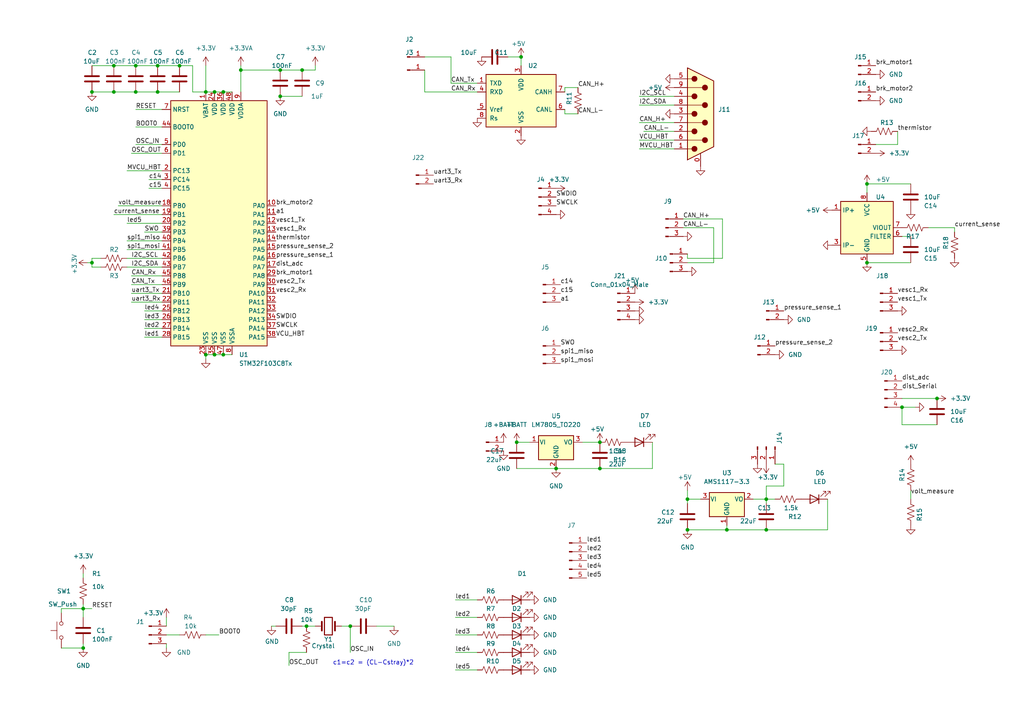
<source format=kicad_sch>
(kicad_sch (version 20211123) (generator eeschema)
  (paper "A4")
  (junction (at 26.67 76.2))
  (junction (at 173.99 135.89))
  (junction (at 151.13 16.51))
  (junction (at 88.9 181.61))
  (junction (at 69.85 20.32))
  (junction (at 173.99 128.27))
  (junction (at 261.62 118.11))
  (junction (at 24.13 187.96))
  (junction (at 33.02 26.67))
  (junction (at 161.29 135.89))
  (junction (at 59.69 102.87))
  (junction (at 24.13 176.53))
  (junction (at 59.69 26.67))
  (junction (at 271.78 115.57))
  (junction (at 64.77 26.67))
  (junction (at 33.02 19.05))
  (junction (at 26.67 26.67))
  (junction (at 81.28 20.32))
  (junction (at 62.23 26.67))
  (junction (at 64.77 102.87))
  (junction (at 199.39 153.67))
  (junction (at 39.37 26.67))
  (junction (at 222.25 153.67))
  (junction (at 251.46 53.34))
  (junction (at 87.63 20.32))
  (junction (at 101.6 181.61))
  (junction (at 39.37 19.05))
  (junction (at 45.72 26.67))
  (junction (at 199.39 144.78))
  (junction (at 45.72 19.05))
  (junction (at 149.86 128.27))
  (junction (at 222.25 144.78))
  (junction (at 251.46 76.2))
  (junction (at 52.07 19.05))
  (junction (at 62.23 102.87))
  (junction (at 210.82 153.67))
  (junction (at 81.28 27.94))
  (wire (pts (xy 33.02 26.67) (xy 39.37 26.67)))
  (wire (pts (xy 163.83 25.4) (xy 167.64 25.4)))
  (wire (pts (xy 24.13 176.53) (xy 24.13 179.07)))
  (wire (pts (xy 198.12 66.04) (xy 207.01 66.04)))
  (wire (pts (xy 251.46 53.34) (xy 251.46 55.88)))
  (wire (pts (xy 260.35 41.91) (xy 260.35 38.1)))
  (wire (pts (xy 59.69 102.87) (xy 62.23 102.87)))
  (wire (pts (xy 209.55 74.93) (xy 209.55 63.5)))
  (wire (pts (xy 91.44 181.61) (xy 88.9 181.61)))
  (wire (pts (xy 24.13 166.37) (xy 24.13 167.64)))
  (wire (pts (xy 130.81 16.51) (xy 130.81 24.13)))
  (wire (pts (xy 218.44 144.78) (xy 222.25 144.78)))
  (wire (pts (xy 224.79 134.62) (xy 227.33 134.62)))
  (wire (pts (xy 38.1 82.55) (xy 46.99 82.55)))
  (wire (pts (xy 227.33 134.62) (xy 227.33 140.97)))
  (wire (pts (xy 26.67 74.93) (xy 29.21 74.93)))
  (wire (pts (xy 39.37 41.91) (xy 46.99 41.91)))
  (wire (pts (xy 43.18 52.07) (xy 46.99 52.07)))
  (wire (pts (xy 48.26 187.96) (xy 48.26 186.69)))
  (wire (pts (xy 36.83 72.39) (xy 46.99 72.39)))
  (wire (pts (xy 123.19 16.51) (xy 130.81 16.51)))
  (wire (pts (xy 207.01 66.04) (xy 207.01 76.2)))
  (wire (pts (xy 132.08 189.23) (xy 138.43 189.23)))
  (wire (pts (xy 185.42 40.64) (xy 195.58 40.64)))
  (wire (pts (xy 163.83 26.67) (xy 163.83 25.4)))
  (wire (pts (xy 17.78 177.8) (xy 17.78 176.53)))
  (wire (pts (xy 39.37 19.05) (xy 45.72 19.05)))
  (wire (pts (xy 101.6 181.61) (xy 101.6 189.23)))
  (wire (pts (xy 62.23 102.87) (xy 64.77 102.87)))
  (wire (pts (xy 132.08 179.07) (xy 138.43 179.07)))
  (wire (pts (xy 52.07 19.05) (xy 55.88 19.05)))
  (wire (pts (xy 29.21 77.47) (xy 26.67 77.47)))
  (wire (pts (xy 199.39 146.05) (xy 199.39 144.78)))
  (wire (pts (xy 199.39 74.93) (xy 199.39 73.66)))
  (wire (pts (xy 261.62 115.57) (xy 271.78 115.57)))
  (wire (pts (xy 147.32 16.51) (xy 151.13 16.51)))
  (wire (pts (xy 189.23 128.27) (xy 189.23 135.89)))
  (wire (pts (xy 189.23 135.89) (xy 173.99 135.89)))
  (wire (pts (xy 39.37 36.83) (xy 46.99 36.83)))
  (wire (pts (xy 168.91 128.27) (xy 173.99 128.27)))
  (wire (pts (xy 251.46 76.2) (xy 264.16 76.2)))
  (wire (pts (xy 185.42 35.56) (xy 195.58 35.56)))
  (wire (pts (xy 186.69 38.1) (xy 195.58 38.1)))
  (wire (pts (xy 39.37 26.67) (xy 45.72 26.67)))
  (wire (pts (xy 41.91 67.31) (xy 46.99 67.31)))
  (wire (pts (xy 63.5 184.15) (xy 59.69 184.15)))
  (wire (pts (xy 132.08 173.99) (xy 138.43 173.99)))
  (wire (pts (xy 39.37 31.75) (xy 46.99 31.75)))
  (wire (pts (xy 38.1 44.45) (xy 46.99 44.45)))
  (wire (pts (xy 26.67 26.67) (xy 33.02 26.67)))
  (wire (pts (xy 83.82 193.04) (xy 83.82 189.23)))
  (wire (pts (xy 34.29 59.69) (xy 46.99 59.69)))
  (wire (pts (xy 81.28 20.32) (xy 87.63 20.32)))
  (wire (pts (xy 87.63 181.61) (xy 88.9 181.61)))
  (wire (pts (xy 33.02 62.23) (xy 46.99 62.23)))
  (wire (pts (xy 209.55 74.93) (xy 199.39 74.93)))
  (wire (pts (xy 222.25 144.78) (xy 224.79 144.78)))
  (wire (pts (xy 26.67 77.47) (xy 26.67 76.2)))
  (wire (pts (xy 222.25 140.97) (xy 222.25 144.78)))
  (wire (pts (xy 265.43 118.11) (xy 261.62 118.11)))
  (wire (pts (xy 25.4 76.2) (xy 26.67 76.2)))
  (wire (pts (xy 130.81 24.13) (xy 138.43 24.13)))
  (wire (pts (xy 69.85 20.32) (xy 81.28 20.32)))
  (wire (pts (xy 185.42 30.48) (xy 195.58 30.48)))
  (wire (pts (xy 185.42 27.94) (xy 195.58 27.94)))
  (wire (pts (xy 163.83 33.02) (xy 167.64 33.02)))
  (wire (pts (xy 43.18 54.61) (xy 46.99 54.61)))
  (wire (pts (xy 185.42 43.18) (xy 195.58 43.18)))
  (wire (pts (xy 33.02 19.05) (xy 39.37 19.05)))
  (wire (pts (xy 45.72 26.67) (xy 52.07 26.67)))
  (wire (pts (xy 24.13 176.53) (xy 24.13 175.26)))
  (wire (pts (xy 38.1 80.01) (xy 46.99 80.01)))
  (wire (pts (xy 151.13 16.51) (xy 151.13 19.05)))
  (wire (pts (xy 64.77 26.67) (xy 67.31 26.67)))
  (wire (pts (xy 64.77 102.87) (xy 67.31 102.87)))
  (wire (pts (xy 199.39 142.24) (xy 199.39 144.78)))
  (wire (pts (xy 17.78 176.53) (xy 24.13 176.53)))
  (wire (pts (xy 132.08 194.31) (xy 138.43 194.31)))
  (wire (pts (xy 271.78 123.19) (xy 261.62 123.19)))
  (wire (pts (xy 38.1 85.09) (xy 46.99 85.09)))
  (wire (pts (xy 41.91 95.25) (xy 46.99 95.25)))
  (wire (pts (xy 69.85 19.05) (xy 69.85 20.32)))
  (wire (pts (xy 59.69 26.67) (xy 62.23 26.67)))
  (wire (pts (xy 81.28 27.94) (xy 87.63 27.94)))
  (wire (pts (xy 24.13 186.69) (xy 24.13 187.96)))
  (wire (pts (xy 199.39 153.67) (xy 210.82 153.67)))
  (wire (pts (xy 209.55 63.5) (xy 198.12 63.5)))
  (wire (pts (xy 55.88 26.67) (xy 59.69 26.67)))
  (wire (pts (xy 45.72 19.05) (xy 52.07 19.05)))
  (wire (pts (xy 17.78 187.96) (xy 24.13 187.96)))
  (wire (pts (xy 48.26 179.07) (xy 48.26 181.61)))
  (wire (pts (xy 210.82 153.67) (xy 222.25 153.67)))
  (wire (pts (xy 163.83 31.75) (xy 163.83 33.02)))
  (wire (pts (xy 149.86 135.89) (xy 161.29 135.89)))
  (wire (pts (xy 261.62 68.58) (xy 264.16 68.58)))
  (wire (pts (xy 240.03 144.78) (xy 240.03 153.67)))
  (wire (pts (xy 41.91 90.17) (xy 46.99 90.17)))
  (wire (pts (xy 109.22 181.61) (xy 114.3 181.61)))
  (wire (pts (xy 149.86 128.27) (xy 153.67 128.27)))
  (wire (pts (xy 41.91 97.79) (xy 46.99 97.79)))
  (wire (pts (xy 254 41.91) (xy 260.35 41.91)))
  (wire (pts (xy 38.1 87.63) (xy 46.99 87.63)))
  (wire (pts (xy 26.67 19.05) (xy 33.02 19.05)))
  (wire (pts (xy 91.44 19.05) (xy 91.44 20.32)))
  (wire (pts (xy 264.16 144.78) (xy 264.16 142.24)))
  (wire (pts (xy 36.83 69.85) (xy 46.99 69.85)))
  (wire (pts (xy 36.83 77.47) (xy 46.99 77.47)))
  (wire (pts (xy 24.13 176.53) (xy 26.67 176.53)))
  (wire (pts (xy 26.67 76.2) (xy 26.67 74.93)))
  (wire (pts (xy 123.19 20.32) (xy 123.19 26.67)))
  (wire (pts (xy 251.46 53.34) (xy 264.16 53.34)))
  (wire (pts (xy 36.83 74.93) (xy 46.99 74.93)))
  (wire (pts (xy 48.26 184.15) (xy 52.07 184.15)))
  (wire (pts (xy 59.69 19.05) (xy 59.69 26.67)))
  (wire (pts (xy 36.83 49.53) (xy 46.99 49.53)))
  (wire (pts (xy 276.86 66.04) (xy 276.86 67.31)))
  (wire (pts (xy 78.74 181.61) (xy 80.01 181.61)))
  (wire (pts (xy 222.25 144.78) (xy 222.25 146.05)))
  (wire (pts (xy 99.06 181.61) (xy 101.6 181.61)))
  (wire (pts (xy 41.91 92.71) (xy 46.99 92.71)))
  (wire (pts (xy 269.24 66.04) (xy 276.86 66.04)))
  (wire (pts (xy 59.69 104.14) (xy 59.69 102.87)))
  (wire (pts (xy 227.33 140.97) (xy 222.25 140.97)))
  (wire (pts (xy 207.01 76.2) (xy 199.39 76.2)))
  (wire (pts (xy 55.88 19.05) (xy 55.88 26.67)))
  (wire (pts (xy 69.85 26.67) (xy 69.85 20.32)))
  (wire (pts (xy 210.82 152.4) (xy 210.82 153.67)))
  (wire (pts (xy 161.29 135.89) (xy 173.99 135.89)))
  (wire (pts (xy 123.19 26.67) (xy 138.43 26.67)))
  (wire (pts (xy 261.62 123.19) (xy 261.62 118.11)))
  (wire (pts (xy 91.44 20.32) (xy 87.63 20.32)))
  (wire (pts (xy 83.82 189.23) (xy 88.9 189.23)))
  (wire (pts (xy 62.23 26.67) (xy 64.77 26.67)))
  (wire (pts (xy 240.03 153.67) (xy 222.25 153.67)))
  (wire (pts (xy 36.83 64.77) (xy 46.99 64.77)))
  (wire (pts (xy 132.08 184.15) (xy 138.43 184.15)))
  (wire (pts (xy 199.39 144.78) (xy 203.2 144.78)))
  (text "c1=c2 = (CL-Cstray)*2\n" (at 96.52 193.04 0) (effects (font (size 1.27 1.27)) (justify left bottom)))
  (label "led5" (at 170.18 167.64 0))
  (label "VCU_HBT" (at 185.42 40.64 0))
  (label "led3" (at 132.08 184.15 0))
  (label "RESET" (at 26.67 176.53 0))
  (label "BOOT0" (at 39.37 36.83 0))
  (label "current_sense" (at 33.02 62.23 0))
  (label "brk_motor1" (at 254 19.05 0))
  (label "led1" (at 41.91 97.79 0))
  (label "pressure_sense_2" (at 224.79 100.33 0))
  (label "CAN_Rx" (at 38.1 80.01 0))
  (label "vesc1_Rx" (at 80.01 67.31 0))
  (label "led2" (at 170.18 160.02 0))
  (label "CAN_L-" (at 167.64 33.02 0))
  (label "volt_measure" (at 264.16 143.51 0))
  (label "led2" (at 41.91 95.25 0))
  (label "vesc2_Rx" (at 80.01 85.09 0))
  (label "c14" (at 43.18 52.07 0))
  (label "BOOT0" (at 63.5 184.15 0))
  (label "vesc2_Rx" (at 260.35 96.52 0))
  (label "SWCLK" (at 80.01 95.25 0))
  (label "OSC_IN" (at 39.37 41.91 0))
  (label "vesc1_Tx" (at 260.35 87.63 0))
  (label "uart3_Rx" (at 125.73 53.34 0))
  (label "uart3_Rx" (at 38.1 87.63 0))
  (label "dist_Serial" (at 261.62 113.03 0))
  (label "dist_adc" (at 261.62 110.49 0))
  (label "brk_motor2" (at 80.01 59.69 0))
  (label "MVCU_HBT" (at 36.83 49.53 0))
  (label "OSC_OUT" (at 83.82 193.04 0))
  (label "brk_motor2" (at 254 26.67 0))
  (label "brk_motor1" (at 80.01 80.01 0))
  (label "led4" (at 41.91 90.17 0))
  (label "vesc1_Tx" (at 80.01 64.77 0))
  (label "SWCLK" (at 161.29 59.69 0))
  (label "led1" (at 132.08 173.99 0))
  (label "spi1_miso" (at 162.56 102.87 0))
  (label "spi1_mosi" (at 162.56 105.41 0))
  (label "vesc2_Tx" (at 80.01 82.55 0))
  (label "led4" (at 132.08 189.23 0))
  (label "uart3_Tx" (at 38.1 85.09 0))
  (label "c14" (at 162.56 82.55 0))
  (label "a1" (at 80.01 62.23 0))
  (label "CAN_L-" (at 186.69 38.1 0))
  (label "thermistor" (at 260.35 38.1 0))
  (label "c15" (at 43.18 54.61 0))
  (label "spi1_miso" (at 36.83 69.85 0))
  (label "led3" (at 170.18 162.56 0))
  (label "c15" (at 162.56 85.09 0))
  (label "CAN_Tx" (at 130.81 24.13 0))
  (label "uart3_Tx" (at 125.73 50.8 0))
  (label "CAN_Tx" (at 38.1 82.55 0))
  (label "led3" (at 41.91 92.71 0))
  (label "led5" (at 36.83 64.77 0))
  (label "pressure_sense_1" (at 80.01 74.93 0))
  (label "I2C_SDA" (at 185.42 30.48 0))
  (label "volt_measure" (at 34.29 59.69 0))
  (label "led2" (at 132.08 179.07 0))
  (label "SWO" (at 41.91 67.31 0))
  (label "VCU_HBT" (at 80.01 97.79 0))
  (label "MVCU_HBT" (at 185.42 43.18 0))
  (label "thermistor" (at 80.01 69.85 0))
  (label "CAN_H+" (at 198.12 63.5 0))
  (label "a1" (at 162.56 87.63 0))
  (label "OSC_OUT" (at 38.1 44.45 0))
  (label "CAN_L-" (at 198.12 66.04 0))
  (label "SWDIO" (at 161.29 57.15 0))
  (label "pressure_sense_2" (at 80.01 72.39 0))
  (label "led4" (at 170.18 165.1 0))
  (label "SWDIO" (at 80.01 92.71 0))
  (label "vesc2_Tx" (at 260.35 99.06 0))
  (label "led5" (at 132.08 194.31 0))
  (label "spi1_mosi" (at 36.83 72.39 0))
  (label "CAN_H+" (at 185.42 35.56 0))
  (label "pressure_sense_1" (at 227.33 90.17 0))
  (label "dist_adc" (at 80.01 77.47 0))
  (label "I2C_SCL" (at 38.1 74.93 0))
  (label "I2C_SCL" (at 185.42 27.94 0))
  (label "CAN_Rx" (at 130.81 26.67 0))
  (label "current_sense" (at 276.86 66.04 0))
  (label "CAN_H+" (at 167.64 25.4 0))
  (label "led1" (at 170.18 157.48 0))
  (label "RESET" (at 39.37 31.75 0))
  (label "OSC_IN" (at 101.6 189.23 0))
  (label "SWO" (at 162.56 100.33 0))
  (label "I2C_SDA" (at 38.1 77.47 0))
  (label "vesc1_Rx" (at 260.35 85.09 0))
  (symbol (lib_id "power:+5V") (at 184.15 85.09 0) (unit 1)
    (property "Reference" "#PWR0108" (effects hide))
    (property "Value" "+5V" (at 185.42 81.28 0) (effects (justify right)))
  )
  (symbol (lib_id "power:+3.3V") (at 48.26 179.07 0) (unit 1)
    (property "Reference" "#PWR05" (effects hide))
    (property "Value" "+3.3V" (at 44.45 177.8 0))
  )
  (symbol (lib_id "power:+5V") (at 199.39 142.24 0) (unit 1)
    (property "Reference" "#PWR030" (effects hide))
    (property "Value" "+5V" (at 200.66 138.43 0) (effects (justify right)))
  )
  (symbol (lib_id "power:GND") (at 219.71 134.62 0) (unit 1)
    (property "Reference" "#PWR033" (effects hide))
    (property "Value" "GND" (effects hide))
  )
  (symbol (lib_id "power:+3.3V") (at 161.29 54.61 270) (unit 1)
    (property "Reference" "#PWR022" (effects hide))
    (property "Value" "+3.3V" (at 165.1 52.07 90) (effects (justify right)))
  )
  (symbol (lib_id "Connector:Conn_01x03_Male") (at 157.48 85.09 0) (unit 1)
    (property "Reference" "J5" (at 158.115 77.47 0))
    (property "Value" "Conn_01x03_Male" (effects hide))
    (property "Footprint" "Connector_PinHeader_2.54mm:PinHeader_1x03_P2.54mm_Vertical" (effects hide))
  )
  (symbol (lib_id "Connector:Conn_01x02_Male") (at 248.92 41.91 0) (unit 1)
    (property "Reference" "J17" (at 248.92 39.37 0))
    (property "Value" "Conn_01x02_Male" (effects hide))
    (property "Footprint" "Connector_JST:JST_NV_B02P-NV_1x02_P5.00mm_Vertical" (effects hide))
  )
  (symbol (lib_id "Connector:Conn_01x02_Male") (at 222.25 90.17 0) (unit 1)
    (property "Reference" "J13" (at 222.885 87.63 0))
    (property "Value" "Conn_01x02_Male" (effects hide))
    (property "Footprint" "Connector_JST:JST_NV_B02P-NV_1x02_P5.00mm_Vertical" (effects hide))
  )
  (symbol (lib_id "Connector:Conn_01x03_Male") (at 193.04 66.04 0) (unit 1)
    (property "Reference" "J9" (at 193.675 58.42 0))
    (property "Value" "Conn_01x03_Male" (effects hide))
    (property "Footprint" "Connector_JST:JST_EH_B3B-EH-A_1x03_P2.50mm_Vertical" (effects hide))
  )
  (symbol (lib_name "GND_1") (lib_id "power:GND") (at 184.15 90.17 90) (unit 1)
    (property "Reference" "#PWR0109" (effects hide))
    (property "Value" "GND" (effects hide))
  )
  (symbol (lib_id "Device:LED") (at 149.86 173.99 180) (unit 1)
    (property "Reference" "D1" (at 151.4475 166.37 0))
    (property "Value" "LED" (effects hide))
    (property "Footprint" "LED_SMD:LED_0805_2012Metric_Pad1.15x1.40mm_HandSolder" (effects hide))
  )
  (symbol (lib_id "Connector:Conn_01x03_Male") (at 222.25 129.54 270) (unit 1)
    (property "Reference" "J14" (at 226.06 127 0))
    (property "Value" "Conn_01x03_Male" (effects hide))
    (property "Footprint" "Connector_PinHeader_2.54mm:PinHeader_1x03_P2.54mm_Vertical" (effects hide))
  )
  (symbol (lib_id "power:GND") (at 153.67 194.31 90) (unit 1)
    (property "Reference" "#PWR021" (effects hide))
    (property "Value" "GND" (at 157.48 194.3099 90) (effects (justify right)))
  )
  (symbol (lib_id "Device:LED") (at 185.42 128.27 180) (unit 1)
    (property "Reference" "D7" (at 187.0075 120.65 0))
    (property "Value" "LED" (at 187.0075 123.19 0))
    (property "Footprint" "LED_SMD:LED_0805_2012Metric_Pad1.15x1.40mm_HandSolder" (effects hide))
  )
  (symbol (lib_id "Connector:Conn_01x02_Male") (at 248.92 26.67 0) (unit 1)
    (property "Reference" "J16" (at 249.555 24.13 0))
    (property "Value" "Conn_01x02_Male" (effects hide))
    (property "Footprint" "Connector_JST:JST_NV_B02P-NV_1x02_P5.00mm_Vertical" (effects hide))
  )
  (symbol (lib_name "GND_1") (lib_id "power:GND") (at 265.43 118.11 90) (unit 1)
    (property "Reference" "#PWR047" (effects hide))
    (property "Value" "GND" (effects hide))
  )
  (symbol (lib_id "Device:C") (at 271.78 119.38 0) (unit 1)
    (property "Reference" "C16" (at 275.59 121.92 0) (effects (justify left)))
    (property "Value" "10uF" (at 275.59 119.38 0) (effects (justify left)))
    (property "Footprint" "Capacitor_SMD:C_0805_2012Metric_Pad1.18x1.45mm_HandSolder" (effects hide))
  )
  (symbol (lib_id "power:GND") (at 48.26 187.96 0) (unit 1)
    (property "Reference" "#PWR06" (effects hide))
    (property "Value" "GND" (at 53.34 189.23 0))
  )
  (symbol (lib_id "power:+5V") (at 195.58 25.4 90) (unit 1)
    (property "Reference" "#PWR026" (effects hide))
    (property "Value" "+5V" (at 187.96 25.4 90) (effects (justify right)))
  )
  (symbol (lib_id "power:+5V") (at 264.16 134.62 0) (unit 1)
    (property "Reference" "#PWR045" (effects hide))
    (property "Value" "+5V" (at 264.16 129.54 0))
  )
  (symbol (lib_id "power:+5V") (at 251.46 53.34 0) (unit 1)
    (property "Reference" "#PWR038" (effects hide))
    (property "Value" "+5V" (at 254 52.0699 0) (effects (justify left)))
  )
  (symbol (lib_id "Connector:Conn_01x03_Male") (at 43.18 184.15 0) (unit 1)
    (property "Reference" "J1" (at 40.64 180.34 0))
    (property "Value" "Conn_01x03_Male" (effects hide))
    (property "Footprint" "Connector_PinHeader_2.54mm:PinHeader_1x03_P2.54mm_Vertical" (effects hide))
  )
  (symbol (lib_id "Device:C") (at 52.07 22.86 0) (unit 1)
    (property "Reference" "C6" (at 50.8 15.24 0) (effects (justify left)))
    (property "Value" "100nF" (at 49.53 17.78 0) (effects (justify left)))
    (property "Footprint" "Capacitor_SMD:C_0805_2012Metric_Pad1.18x1.45mm_HandSolder" (effects hide))
  )
  (symbol (lib_id "power:+3.3V") (at 91.44 19.05 0) (unit 1)
    (property "Reference" "#PWR012" (effects hide))
    (property "Value" "+3.3V" (at 91.44 13.97 0))
  )
  (symbol (lib_id "Device:R_US") (at 142.24 194.31 270) (unit 1)
    (property "Reference" "R10" (at 140.97 191.77 90) (effects (justify left)))
    (property "Value" "1.5k" (effects hide))
    (property "Footprint" "Resistor_SMD:R_0805_2012Metric_Pad1.20x1.40mm_HandSolder" (effects hide))
  )
  (symbol (lib_id "Connector:Conn_01x03_Male") (at 157.48 102.87 0) (unit 1)
    (property "Reference" "J6" (at 158.115 95.25 0))
    (property "Value" "Conn_01x03_Male" (effects hide))
    (property "Footprint" "Connector_PinHeader_2.54mm:PinHeader_1x03_P2.54mm_Vertical" (effects hide))
  )
  (symbol (lib_name "GND_1") (lib_id "power:GND") (at 224.79 102.87 90) (unit 1)
    (property "Reference" "#PWR035" (effects hide))
    (property "Value" "GND" (at 228.6 102.8699 90) (effects (justify right)))
  )
  (symbol (lib_name "GND_1") (lib_id "power:GND") (at 241.3 71.12 270) (unit 1)
    (property "Reference" "#PWR037" (effects hide))
    (property "Value" "GND" (effects hide))
  )
  (symbol (lib_name "GND_1") (lib_id "power:GND") (at 184.15 92.71 90) (unit 1)
    (property "Reference" "#PWR0111" (effects hide))
    (property "Value" "GND" (effects hide))
  )
  (symbol (lib_id "Connector:DB9_Male_MountingHoles") (at 203.2 33.02 0) (unit 1)
    (property "Reference" "J11" (at 208.28 31.7499 0) (effects (justify left)))
    (property "Value" "DB9_Male_MountingHoles" (effects hide))
    (property "Footprint" "Connector_Dsub:DSUB-9_Male_Horizontal_P2.77x2.84mm_EdgePinOffset4.94mm_Housed_MountingHolesOffset7.48mm" (effects hide))
    (property "Datasheet" " ~" (effects hide))
  )
  (symbol (lib_name "GND_1") (lib_id "power:GND") (at 260.35 90.17 90) (unit 1)
    (property "Reference" "#PWR042" (effects hide))
    (property "Value" "GND" (effects hide))
  )
  (symbol (lib_id "Regulator_Linear:AMS1117-3.3") (at 210.82 144.78 0) (unit 1)
    (property "Reference" "U3" (at 210.82 137.16 0))
    (property "Value" "AMS1117-3.3" (at 210.82 139.7 0))
    (property "Footprint" "Package_TO_SOT_SMD:SOT-223-3_TabPin2" (effects hide))
    (property "Datasheet" "http://www.advanced-monolithic.com/pdf/ds1117.pdf" (effects hide))
  )
  (symbol (lib_id "Connector:Conn_01x02_Male") (at 219.71 100.33 0) (unit 1)
    (property "Reference" "J12" (at 220.345 97.79 0))
    (property "Value" "Conn_01x02_Male" (effects hide))
    (property "Footprint" "Connector_JST:JST_NV_B02P-NV_1x02_P5.00mm_Vertical" (effects hide))
  )
  (symbol (lib_name "GND_1") (lib_id "power:GND") (at 252.73 38.1 270) (unit 1)
    (property "Reference" "#PWR039" (effects hide))
    (property "Value" "GND" (effects hide))
  )
  (symbol (lib_id "power:GND") (at 161.29 135.89 0) (unit 1)
    (property "Reference" "#PWR0106" (effects hide))
    (property "Value" "GND" (at 161.29 140.97 0))
  )
  (symbol (lib_id "Device:R_US") (at 24.13 171.45 0) (unit 1)
    (property "Reference" "R1" (at 26.67 166.37 0) (effects (justify left)))
    (property "Value" "10k" (at 26.67 170.18 0) (effects (justify left)))
    (property "Footprint" "Resistor_SMD:R_0805_2012Metric_Pad1.20x1.40mm_HandSolder" (effects hide))
  )
  (symbol (lib_name "GND_1") (lib_id "power:GND") (at 276.86 74.93 0) (unit 1)
    (property "Reference" "#PWR050" (effects hide))
    (property "Value" "GND" (effects hide))
  )
  (symbol (lib_id "Interface_CAN_LIN:MCP2551-I-SN") (at 151.13 29.21 0) (unit 1)
    (property "Reference" "U2" (at 153.1494 19.05 0) (effects (justify left)))
    (property "Value" "MCP2551-I-SN" (effects hide))
    (property "Footprint" "Package_SO:SOIC-8_3.9x4.9mm_P1.27mm" (effects hide))
    (property "Datasheet" "http://ww1.microchip.com/downloads/en/devicedoc/21667d.pdf" (effects hide))
  )
  (symbol (lib_id "power:+3.3V") (at 25.4 76.2 90) (unit 1)
    (property "Reference" "#PWR03" (effects hide))
    (property "Value" "+3.3V" (at 21.59 73.66 0) (effects (justify right)))
  )
  (symbol (lib_name "GND_1") (lib_id "power:GND") (at 198.12 68.58 90) (unit 1)
    (property "Reference" "#PWR028" (effects hide))
    (property "Value" "GND" (effects hide))
  )
  (symbol (lib_id "Device:LED") (at 149.86 184.15 180) (unit 1)
    (property "Reference" "D3" (at 149.86 181.61 0))
    (property "Value" "LED" (effects hide))
    (property "Footprint" "LED_SMD:LED_0805_2012Metric_Pad1.15x1.40mm_HandSolder" (effects hide))
  )
  (symbol (lib_id "Device:R_US") (at 142.24 189.23 270) (unit 1)
    (property "Reference" "R9" (at 140.97 186.69 90) (effects (justify left)))
    (property "Value" "1.5k" (effects hide))
    (property "Footprint" "Resistor_SMD:R_0805_2012Metric_Pad1.20x1.40mm_HandSolder" (effects hide))
  )
  (symbol (lib_id "power:+3.3V") (at 24.13 166.37 0) (unit 1)
    (property "Reference" "#PWR01" (effects hide))
    (property "Value" "+3.3V" (at 24.13 161.29 0))
  )
  (symbol (lib_id "Device:C") (at 87.63 24.13 0) (unit 1)
    (property "Reference" "C9" (at 91.44 24.13 0) (effects (justify left)))
    (property "Value" "1uF" (at 90.17 27.94 0) (effects (justify left)))
    (property "Footprint" "Capacitor_SMD:C_0805_2012Metric_Pad1.18x1.45mm_HandSolder" (effects hide))
  )
  (symbol (lib_id "power:GND") (at 24.13 187.96 0) (unit 1)
    (property "Reference" "#PWR02" (effects hide))
    (property "Value" "GND" (at 24.13 193.04 0))
  )
  (symbol (lib_id "Connector:Conn_01x01_Male") (at 118.11 20.32 0) (unit 1)
    (property "Reference" "J3" (at 118.745 15.24 0))
    (property "Value" "Conn_01x01_Male" (effects hide))
    (property "Footprint" "Connector_PinHeader_2.54mm:PinHeader_1x01_P2.54mm_Vertical" (effects hide))
  )
  (symbol (lib_id "power:+3.3V") (at 222.25 134.62 180) (unit 1)
    (property "Reference" "#PWR034" (effects hide))
    (property "Value" "+3.3V" (at 219.71 138.43 0) (effects (justify right)))
  )
  (symbol (lib_id "Device:C") (at 149.86 132.08 0) (unit 1)
    (property "Reference" "C17" (at 142.24 130.81 0) (effects (justify left)))
    (property "Value" "22uF" (at 140.97 133.35 0) (effects (justify left)))
    (property "Footprint" "Capacitor_SMD:C_0805_2012Metric_Pad1.18x1.45mm_HandSolder" (effects hide))
  )
  (symbol (lib_name "GND_1") (lib_id "power:GND") (at 227.33 92.71 90) (unit 1)
    (property "Reference" "#PWR036" (effects hide))
    (property "Value" "GND" (at 231.14 92.7099 90) (effects (justify right)))
  )
  (symbol (lib_id "power:GND") (at 153.67 173.99 90) (unit 1)
    (property "Reference" "#PWR017" (effects hide))
    (property "Value" "GND" (at 157.48 173.9899 90) (effects (justify right)))
  )
  (symbol (lib_id "Connector:Conn_01x02_Male") (at 248.92 19.05 0) (unit 1)
    (property "Reference" "J15" (at 249.555 16.51 0))
    (property "Value" "Conn_01x02_Male" (effects hide))
    (property "Footprint" "Connector_JST:JST_NV_B02P-NV_1x02_P5.00mm_Vertical" (effects hide))
  )
  (symbol (lib_id "Device:C") (at 222.25 149.86 0) (unit 1)
    (property "Reference" "C13" (at 219.71 147.32 0) (effects (justify left)))
    (property "Value" "22uF" (at 214.63 151.13 0) (effects (justify left)))
    (property "Footprint" "Capacitor_SMD:C_0805_2012Metric_Pad1.18x1.45mm_HandSolder" (effects hide))
  )
  (symbol (lib_name "+3.3V_1") (lib_id "power:+3.3V") (at 254 44.45 270) (unit 1)
    (property "Reference" "#PWR0107" (effects hide))
    (property "Value" "+3.3V" (at 257.81 44.4499 90) (effects (justify left)))
  )
  (symbol (lib_id "Device:R_US") (at 228.6 144.78 270) (unit 1)
    (property "Reference" "R12" (at 228.6 149.86 90) (effects (justify left)))
    (property "Value" "1.5k" (at 227.33 147.32 90) (effects (justify left)))
    (property "Footprint" "Resistor_SMD:R_0805_2012Metric_Pad1.20x1.40mm_HandSolder" (effects hide))
  )
  (symbol (lib_id "Connector:Conn_01x03_Male") (at 255.27 87.63 0) (unit 1)
    (property "Reference" "J18" (at 255.905 80.01 0))
    (property "Value" "Conn_01x03_Male" (effects hide))
    (property "Footprint" "Connector_JST:JST_NV_B03P-NV_1x03_P5.00mm_Vertical" (effects hide))
  )
  (symbol (lib_id "Device:R_US") (at 177.8 128.27 270) (unit 1)
    (property "Reference" "R16" (at 177.8 133.35 90) (effects (justify left)))
    (property "Value" "1.5k" (at 176.53 130.81 90) (effects (justify left)))
    (property "Footprint" "Resistor_SMD:R_0805_2012Metric_Pad1.20x1.40mm_HandSolder" (effects hide))
  )
  (symbol (lib_id "Device:R_US") (at 88.9 185.42 180) (unit 1)
    (property "Reference" "R5" (at 90.805 177.165 0) (effects (justify left)))
    (property "Value" "10k" (at 90.805 179.705 0) (effects (justify left)))
    (property "Footprint" "Resistor_SMD:R_0805_2012Metric_Pad1.20x1.40mm_HandSolder" (effects hide))
  )
  (symbol (lib_id "Connector:Conn_01x01_Male") (at 118.11 16.51 0) (unit 1)
    (property "Reference" "J2" (at 118.745 11.43 0))
    (property "Value" "Conn_01x01_Male" (effects hide))
    (property "Footprint" "Connector_PinHeader_2.54mm:PinHeader_1x01_P2.54mm_Vertical" (effects hide))
  )
  (symbol (lib_id "power:GND") (at 153.67 189.23 90) (unit 1)
    (property "Reference" "#PWR020" (effects hide))
    (property "Value" "GND" (at 157.48 189.2299 90) (effects (justify right)))
  )
  (symbol (lib_id "Connector:Conn_01x04_Male") (at 256.54 113.03 0) (unit 1)
    (property "Reference" "J20" (at 257.175 107.95 0))
    (property "Value" "Conn_01x04_Male" (effects hide))
    (property "Footprint" "Connector_JST:JST_NV_B04P-NV_1x04_P5.00mm_Vertical" (effects hide))
  )
  (symbol (lib_id "Connector:Conn_01x03_Male") (at 255.27 99.06 0) (unit 1)
    (property "Reference" "J19" (at 252.73 95.25 0))
    (property "Value" "Conn_01x03_Male" (effects hide))
    (property "Footprint" "Connector_JST:JST_NV_B03P-NV_1x03_P5.00mm_Vertical" (effects hide))
  )
  (symbol (lib_id "power:GND") (at 199.39 153.67 0) (unit 1)
    (property "Reference" "#PWR031" (effects hide))
    (property "Value" "GND" (at 199.39 158.75 0))
  )
  (symbol (lib_name "GND_1") (lib_id "power:GND") (at 254 29.21 90) (unit 1)
    (property "Reference" "#PWR041" (effects hide))
    (property "Value" "GND" (at 257.81 29.2099 90) (effects (justify right)))
  )
  (symbol (lib_id "power:GND") (at 195.58 33.02 270) (unit 1)
    (property "Reference" "#PWR027" (effects hide))
    (property "Value" "GND" (effects hide))
  )
  (symbol (lib_id "Device:R_US") (at 276.86 71.12 0) (unit 1)
    (property "Reference" "R18" (at 274.32 72.39 90) (effects (justify left)))
    (property "Value" "1.5k" (effects hide))
    (property "Footprint" "Resistor_SMD:R_0805_2012Metric_Pad1.20x1.40mm_HandSolder" (effects hide))
  )
  (symbol (lib_id "power:GND") (at 114.3 181.61 0) (unit 1)
    (property "Reference" "#PWR013" (effects hide))
    (property "Value" "GND" (at 114.3 186.69 0))
  )
  (symbol (lib_id "Sensor_Current:ACS712xLCTR-20A") (at 251.46 66.04 0) (unit 1)
    (property "Reference" "U4" (at 254 57.15 0) (effects (justify left)))
    (property "Value" "ACS712xLCTR-20A" (effects hide))
    (property "Footprint" "Package_SO:SOIC-8_3.9x4.9mm_P1.27mm" (effects hide))
    (property "Datasheet" "http://www.allegromicro.com/~/media/Files/Datasheets/ACS712-Datasheet.ashx?la=en" (effects hide))
  )
  (symbol (lib_id "Device:R_US") (at 264.16 148.59 180) (unit 1)
    (property "Reference" "R15" (at 266.7 147.32 90) (effects (justify left)))
    (property "Value" "1.5k" (effects hide))
    (property "Footprint" "Resistor_SMD:R_0805_2012Metric_Pad1.20x1.40mm_HandSolder" (effects hide))
  )
  (symbol (lib_name "GND_1") (lib_id "power:GND") (at 203.2 48.26 0) (unit 1)
    (property "Reference" "#PWR032" (effects hide))
    (property "Value" "GND" (effects hide))
  )
  (symbol (lib_id "power:+3.3VA") (at 69.85 19.05 0) (unit 1)
    (property "Reference" "#PWR09" (effects hide))
    (property "Value" "+3.3VA" (at 69.85 13.97 0))
  )
  (symbol (lib_id "Connector:Conn_01x02_Male") (at 140.97 128.27 0) (unit 1)
    (property "Reference" "J8" (at 141.605 123.19 0))
    (property "Value" "Conn_01x02_Male" (effects hide))
    (property "Footprint" "Connector_Phoenix_MSTB:PhoenixContact_MSTBVA_2,5_2-G-5,08_1x02_P5.08mm_Vertical" (effects hide))
  )
  (symbol (lib_id "Device:C") (at 264.16 72.39 0) (unit 1)
    (property "Reference" "C15" (at 267.97 74.93 0) (effects (justify left)))
    (property "Value" "10uF" (at 267.97 72.39 0) (effects (justify left)))
    (property "Footprint" "Capacitor_SMD:C_0805_2012Metric_Pad1.18x1.45mm_HandSolder" (effects hide))
  )
  (symbol (lib_name "GND_1") (lib_id "power:GND") (at 151.13 39.37 0) (unit 1)
    (property "Reference" "#PWR016" (effects hide))
    (property "Value" "GND" (effects hide))
  )
  (symbol (lib_id "MCU_ST_STM32F1:STM32F103C8Tx") (at 64.77 64.77 0) (unit 1)
    (property "Reference" "U1" (at 69.3294 102.87 0) (effects (justify left)))
    (property "Value" "STM32F103C8Tx" (at 69.3294 105.41 0) (effects (justify left)))
    (property "Footprint" "Package_QFP:LQFP-48_7x7mm_P0.5mm" (effects hide))
    (property "Datasheet" "http://www.st.com/st-web-ui/static/active/en/resource/technical/document/datasheet/CD00161566.pdf" (effects hide))
  )
  (symbol (lib_id "Device:R_US") (at 265.43 66.04 90) (unit 1)
    (property "Reference" "R17" (at 266.7 68.58 90) (effects (justify left)))
    (property "Value" "1.5k" (effects hide))
    (property "Footprint" "Resistor_SMD:R_0805_2012Metric_Pad1.20x1.40mm_HandSolder" (effects hide))
  )
  (symbol (lib_id "Connector:Conn_01x04_Male") (at 179.07 87.63 0) (unit 1)
    (property "Reference" "J21" (at 179.705 80.01 0))
    (property "Value" "Conn_01x04_Male" (at 179.705 82.55 0))
    (property "Footprint" "Connector_JST:JST_NV_B04P-NV_1x04_P5.00mm_Vertical" (effects hide))
  )
  (symbol (lib_id "Connector:Conn_01x05_Male") (at 165.1 162.56 0) (unit 1)
    (property "Reference" "J7" (at 165.735 152.4 0))
    (property "Value" "Conn_01x05_Male" (effects hide))
    (property "Footprint" "Connector_PinHeader_2.54mm:PinHeader_1x05_P2.54mm_Vertical" (effects hide))
  )
  (symbol (lib_id "Switch:SW_Push") (at 17.78 182.88 90) (unit 1)
    (property "Reference" "SW1" (at 16.51 171.45 90) (effects (justify right)))
    (property "Value" "SW_Push" (at 13.97 175.26 90) (effects (justify right)))
    (property "Footprint" "Button_Switch_THT:SW_PUSH_6mm_H5mm" (effects hide))
  )
  (symbol (lib_id "Device:C") (at 83.82 181.61 270) (unit 1)
    (property "Reference" "C8" (at 82.55 173.99 90) (effects (justify left)))
    (property "Value" "30pF" (at 81.28 176.53 90) (effects (justify left)))
    (property "Footprint" "Capacitor_SMD:C_0805_2012Metric_Pad1.18x1.45mm_HandSolder" (effects hide))
  )
  (symbol (lib_id "Device:LED") (at 149.86 179.07 180) (unit 1)
    (property "Reference" "D2" (at 149.86 176.53 0))
    (property "Value" "LED" (effects hide))
    (property "Footprint" "LED_SMD:LED_0805_2012Metric_Pad1.15x1.40mm_HandSolder" (effects hide))
  )
  (symbol (lib_id "Device:R_US") (at 264.16 138.43 0) (unit 1)
    (property "Reference" "R14" (at 261.62 139.7 90) (effects (justify left)))
    (property "Value" "1.5k" (effects hide))
    (property "Footprint" "Resistor_SMD:R_0805_2012Metric_Pad1.20x1.40mm_HandSolder" (effects hide))
  )
  (symbol (lib_name "GND_1") (lib_id "power:GND") (at 139.7 16.51 0) (unit 1)
    (property "Reference" "#PWR0101" (effects hide))
    (property "Value" "GND" (effects hide))
  )
  (symbol (lib_id "Device:C") (at 45.72 22.86 0) (unit 1)
    (property "Reference" "C5" (at 44.45 15.24 0) (effects (justify left)))
    (property "Value" "100nF" (at 43.18 17.78 0) (effects (justify left)))
    (property "Footprint" "Capacitor_SMD:C_0805_2012Metric_Pad1.18x1.45mm_HandSolder" (effects hide))
  )
  (symbol (lib_id "power:+5V") (at 173.99 128.27 0) (unit 1)
    (property "Reference" "#PWR0105" (effects hide))
    (property "Value" "+5V" (at 175.26 124.46 0) (effects (justify right)))
  )
  (symbol (lib_id "power:GND") (at 78.74 181.61 0) (unit 1)
    (property "Reference" "#PWR010" (effects hide))
    (property "Value" "GND" (at 76.835 186.055 0) (effects (justify left)))
  )
  (symbol (lib_id "Device:C") (at 199.39 149.86 0) (unit 1)
    (property "Reference" "C12" (at 191.77 148.59 0) (effects (justify left)))
    (property "Value" "22uF" (at 190.5 151.13 0) (effects (justify left)))
    (property "Footprint" "Capacitor_SMD:C_0805_2012Metric_Pad1.18x1.45mm_HandSolder" (effects hide))
  )
  (symbol (lib_id "power:GND") (at 153.67 179.07 90) (unit 1)
    (property "Reference" "#PWR018" (effects hide))
    (property "Value" "GND" (at 157.48 179.0699 90) (effects (justify right)))
  )
  (symbol (lib_name "+3.3V_1") (lib_id "power:+3.3V") (at 184.15 87.63 270) (unit 1)
    (property "Reference" "#PWR0110" (effects hide))
    (property "Value" "+3.3V" (at 187.96 87.6299 90) (effects (justify left)))
  )
  (symbol (lib_id "Connector:Conn_01x02_Male") (at 120.65 50.8 0) (unit 1)
    (property "Reference" "J22" (at 121.285 45.72 0))
    (property "Value" "Conn_01x02_Male" (effects hide))
    (property "Footprint" "Connector_PinHeader_2.54mm:PinHeader_1x02_P2.54mm_Vertical" (effects hide))
  )
  (symbol (lib_id "Device:R_US") (at 142.24 179.07 270) (unit 1)
    (property "Reference" "R7" (at 140.97 176.53 90) (effects (justify left)))
    (property "Value" "1.5k" (effects hide))
    (property "Footprint" "Resistor_SMD:R_0805_2012Metric_Pad1.20x1.40mm_HandSolder" (effects hide))
  )
  (symbol (lib_id "Regulator_Linear:LM7805_TO220") (at 161.29 128.27 0) (unit 1)
    (property "Reference" "U5" (at 161.29 120.65 0))
    (property "Value" "LM7805_TO220" (at 161.29 123.19 0))
    (property "Footprint" "Package_TO_SOT_THT:TO-220-3_Vertical" (effects hide))
    (property "Datasheet" "https://www.onsemi.cn/PowerSolutions/document/MC7800-D.PDF" (effects hide))
  )
  (symbol (lib_id "Connector:Conn_01x04_Male") (at 156.21 57.15 0) (unit 1)
    (property "Reference" "J4" (at 156.845 52.07 0))
    (property "Value" "Conn_01x04_Male" (effects hide))
    (property "Footprint" "Connector_PinHeader_2.54mm:PinHeader_1x04_P2.54mm_Vertical" (effects hide))
  )
  (symbol (lib_id "Device:C") (at 143.51 16.51 90) (unit 1)
    (property "Reference" "C11" (at 147.32 15.24 90) (effects (justify left)))
    (property "Value" "10uF" (at 138.43 15.24 90) (effects (justify left)))
    (property "Footprint" "Capacitor_SMD:C_0805_2012Metric_Pad1.18x1.45mm_HandSolder" (effects hide))
  )
  (symbol (lib_id "Device:R_US") (at 256.54 38.1 270) (unit 1)
    (property "Reference" "R13" (at 255.27 35.56 90) (effects (justify left)))
    (property "Value" "1.5k" (effects hide))
    (property "Footprint" "Resistor_SMD:R_0805_2012Metric_Pad1.20x1.40mm_HandSolder" (effects hide))
  )
  (symbol (lib_id "power:GND") (at 195.58 22.86 270) (unit 1)
    (property "Reference" "#PWR025" (effects hide))
    (property "Value" "GND" (effects hide))
  )
  (symbol (lib_id "power:+BATT") (at 149.86 128.27 0) (unit 1)
    (property "Reference" "#PWR0104" (effects hide))
    (property "Value" "+BATT" (at 149.86 123.19 0))
  )
  (symbol (lib_id "Device:C") (at 24.13 182.88 0) (unit 1)
    (property "Reference" "C1" (at 27.94 182.88 0) (effects (justify left)))
    (property "Value" "100nF" (at 26.67 185.42 0) (effects (justify left)))
    (property "Footprint" "Capacitor_SMD:C_0805_2012Metric_Pad1.18x1.45mm_HandSolder" (effects hide))
  )
  (symbol (lib_id "Device:R_US") (at 33.02 77.47 270) (unit 1)
    (property "Reference" "R3" (at 31.75 80.01 90) (effects (justify left)))
    (property "Value" "1.5k" (effects hide))
    (property "Footprint" "Resistor_SMD:R_0805_2012Metric_Pad1.20x1.40mm_HandSolder" (effects hide))
  )
  (symbol (lib_name "GND_1") (lib_id "power:GND") (at 59.69 104.14 0) (unit 1)
    (property "Reference" "#PWR08" (effects hide))
    (property "Value" "GND" (effects hide))
  )
  (symbol (lib_name "+3.3V_1") (lib_id "power:+3.3V") (at 271.78 115.57 270) (unit 1)
    (property "Reference" "#PWR048" (effects hide))
    (property "Value" "+3.3V" (at 275.59 115.5699 90) (effects (justify left)))
  )
  (symbol (lib_id "Device:R_US") (at 142.24 173.99 270) (unit 1)
    (property "Reference" "R6" (at 140.97 171.45 90) (effects (justify left)))
    (property "Value" "1.5k" (effects hide))
    (property "Footprint" "Resistor_SMD:R_0805_2012Metric_Pad1.20x1.40mm_HandSolder" (effects hide))
  )
  (symbol (lib_id "power:+BATT") (at 146.05 128.27 0) (unit 1)
    (property "Reference" "#PWR0103" (effects hide))
    (property "Value" "+BATT" (at 146.05 123.19 0))
  )
  (symbol (lib_id "Device:C") (at 173.99 132.08 0) (unit 1)
    (property "Reference" "C18" (at 177.8 130.81 0) (effects (justify left)))
    (property "Value" "22uF" (at 176.53 134.62 0) (effects (justify left)))
    (property "Footprint" "Capacitor_SMD:C_0805_2012Metric_Pad1.18x1.45mm_HandSolder" (effects hide))
  )
  (symbol (lib_id "power:+5V") (at 151.13 16.51 0) (unit 1)
    (property "Reference" "#PWR0102" (effects hide))
    (property "Value" "+5V" (at 152.4 12.7 0) (effects (justify right)))
  )
  (symbol (lib_id "power:+3.3V") (at 59.69 19.05 0) (unit 1)
    (property "Reference" "#PWR07" (effects hide))
    (property "Value" "+3.3V" (at 59.69 13.97 0))
  )
  (symbol (lib_id "power:GND") (at 153.67 184.15 90) (unit 1)
    (property "Reference" "#PWR019" (effects hide))
    (property "Value" "GND" (at 157.48 184.1499 90) (effects (justify right)))
  )
  (symbol (lib_name "GND_1") (lib_id "power:GND") (at 264.16 152.4 0) (unit 1)
    (property "Reference" "#PWR046" (effects hide))
    (property "Value" "GND" (effects hide))
  )
  (symbol (lib_id "Device:Crystal") (at 95.25 181.61 0) (unit 1)
    (property "Reference" "Y1" (at 96.5201 185.42 0) (effects (justify right)))
    (property "Value" "Crystal" (at 97.155 187.325 0) (effects (justify right)))
    (property "Footprint" "Crystal:Crystal_HC49-U_Vertical" (effects hide))
  )
  (symbol (lib_name "GND_1") (lib_id "power:GND") (at 199.39 78.74 90) (unit 1)
    (property "Reference" "#PWR029" (effects hide))
    (property "Value" "GND" (effects hide))
  )
  (symbol (lib_id "Device:C") (at 81.28 24.13 0) (unit 1)
    (property "Reference" "C7" (at 80.01 16.51 0) (effects (justify left)))
    (property "Value" "100nF" (at 78.74 19.05 0) (effects (justify left)))
    (property "Footprint" "Capacitor_SMD:C_0805_2012Metric_Pad1.18x1.45mm_HandSolder" (effects hide))
  )
  (symbol (lib_id "Device:C") (at 39.37 22.86 0) (unit 1)
    (property "Reference" "C4" (at 38.1 15.24 0) (effects (justify left)))
    (property "Value" "100nF" (at 36.83 17.78 0) (effects (justify left)))
    (property "Footprint" "Capacitor_SMD:C_0805_2012Metric_Pad1.18x1.45mm_HandSolder" (effects hide))
  )
  (symbol (lib_name "GND_1") (lib_id "power:GND") (at 251.46 76.2 0) (unit 1)
    (property "Reference" "#PWR049" (effects hide))
    (property "Value" "GND" (effects hide))
  )
  (symbol (lib_name "GND_1") (lib_id "power:GND") (at 138.43 34.29 0) (unit 1)
    (property "Reference" "#PWR014" (effects hide))
    (property "Value" "GND" (effects hide))
  )
  (symbol (lib_id "power:+5V") (at 241.3 60.96 90) (unit 1)
    (property "Reference" "#PWR015" (effects hide))
    (property "Value" "+5V" (at 233.68 60.96 90) (effects (justify right)))
  )
  (symbol (lib_id "Connector:Conn_01x03_Male") (at 194.31 76.2 0) (unit 1)
    (property "Reference" "J10" (at 191.77 74.93 0))
    (property "Value" "Conn_01x03_Male" (effects hide))
    (property "Footprint" "Connector_JST:JST_EH_B3B-EH-A_1x03_P2.50mm_Vertical" (effects hide))
  )
  (symbol (lib_name "GND_1") (lib_id "power:GND") (at 254 21.59 90) (unit 1)
    (property "Reference" "#PWR040" (effects hide))
    (property "Value" "GND" (at 257.81 21.5899 90) (effects (justify right)))
  )
  (symbol (lib_id "Device:C") (at 33.02 22.86 0) (unit 1)
    (property "Reference" "C3" (at 31.75 15.24 0) (effects (justify left)))
    (property "Value" "100nF" (at 30.48 17.78 0) (effects (justify left)))
    (property "Footprint" "Capacitor_SMD:C_0805_2012Metric_Pad1.18x1.45mm_HandSolder" (effects hide))
  )
  (symbol (lib_id "power:GND") (at 146.05 130.81 0) (unit 1)
    (property "Reference" "#PWR024" (effects hide))
    (property "Value" "GND" (at 146.05 135.89 0))
  )
  (symbol (lib_id "Device:R_US") (at 55.88 184.15 90) (unit 1)
    (property "Reference" "R4" (at 55.88 179.07 90) (effects (justify left)))
    (property "Value" "10k" (at 57.15 181.61 90) (effects (justify left)))
    (property "Footprint" "Resistor_SMD:R_0805_2012Metric_Pad1.20x1.40mm_HandSolder" (effects hide))
  )
  (symbol (lib_id "power:GND") (at 81.28 27.94 0) (unit 1)
    (property "Reference" "#PWR011" (effects hide))
    (property "Value" "GND" (at 81.28 33.02 0))
  )
  (symbol (lib_id "Device:C") (at 264.16 57.15 0) (unit 1)
    (property "Reference" "C14" (at 267.97 59.69 0) (effects (justify left)))
    (property "Value" "10uF" (at 267.97 57.15 0) (effects (justify left)))
    (property "Footprint" "Capacitor_SMD:C_0805_2012Metric_Pad1.18x1.45mm_HandSolder" (effects hide))
  )
  (symbol (lib_name "GND_1") (lib_id "power:GND") (at 260.35 101.6 90) (unit 1)
    (property "Reference" "#PWR043" (effects hide))
    (property "Value" "GND" (effects hide))
  )
  (symbol (lib_id "Device:C") (at 26.67 22.86 0) (unit 1)
    (property "Reference" "C2" (at 25.4 15.24 0) (effects (justify left)))
    (property "Value" "10uF" (at 24.13 17.78 0) (effects (justify left)))
    (property "Footprint" "Capacitor_SMD:C_0805_2012Metric_Pad1.18x1.45mm_HandSolder" (effects hide))
  )
  (symbol (lib_id "power:GND") (at 26.67 26.67 0) (unit 1)
    (property "Reference" "#PWR04" (effects hide))
    (property "Value" "GND" (at 26.67 31.75 0))
  )
  (symbol (lib_id "Device:R_US") (at 167.64 29.21 0) (unit 1)
    (property "Reference" "R11" (at 165.1 30.48 90) (effects (justify left)))
    (property "Value" "1.5k" (effects hide))
    (property "Footprint" "Resistor_SMD:R_0805_2012Metric_Pad1.20x1.40mm_HandSolder" (effects hide))
  )
  (symbol (lib_id "Device:LED") (at 236.22 144.78 180) (unit 1)
    (property "Reference" "D6" (at 237.8075 137.16 0))
    (property "Value" "LED" (at 237.8075 139.7 0))
    (property "Footprint" "LED_SMD:LED_0805_2012Metric_Pad1.15x1.40mm_HandSolder" (effects hide))
  )
  (symbol (lib_id "Device:LED") (at 149.86 194.31 180) (unit 1)
    (property "Reference" "D5" (at 149.86 191.77 0))
    (property "Value" "LED" (effects hide))
    (property "Footprint" "LED_SMD:LED_0805_2012Metric_Pad1.15x1.40mm_HandSolder" (effects hide))
  )
  (symbol (lib_id "Device:C") (at 105.41 181.61 270) (unit 1)
    (property "Reference" "C10" (at 104.14 173.99 90) (effects (justify left)))
    (property "Value" "30pF" (at 102.87 176.53 90) (effects (justify left)))
    (property "Footprint" "Capacitor_SMD:C_0805_2012Metric_Pad1.18x1.45mm_HandSolder" (effects hide))
  )
  (symbol (lib_id "Device:LED") (at 149.86 189.23 180) (unit 1)
    (property "Reference" "D4" (at 149.86 186.69 0))
    (property "Value" "LED" (effects hide))
    (property "Footprint" "LED_SMD:LED_0805_2012Metric_Pad1.15x1.40mm_HandSolder" (effects hide))
  )
  (symbol (lib_name "GND_1") (lib_id "power:GND") (at 264.16 60.96 0) (unit 1)
    (property "Reference" "#PWR044" (effects hide))
    (property "Value" "GND" (effects hide))
  )
  (symbol (lib_name "GND_1") (lib_id "power:GND") (at 161.29 62.23 90) (unit 1)
    (property "Reference" "#PWR023" (effects hide))
    (property "Value" "GND" (effects hide))
  )
  (symbol (lib_id "Device:R_US") (at 142.24 184.15 270) (unit 1)
    (property "Reference" "R8" (at 140.97 181.61 90) (effects (justify left)))
    (property "Value" "1.5k" (effects hide))
    (property "Footprint" "Resistor_SMD:R_0805_2012Metric_Pad1.20x1.40mm_HandSolder" (effects hide))
  )
  (symbol (lib_id "Device:R_US") (at 33.02 74.93 270) (unit 1)
    (property "Reference" "R2" (at 31.75 72.39 90) (effects (justify left)))
    (property "Value" "1.5k" (effects hide))
    (property "Footprint" "Resistor_SMD:R_0805_2012Metric_Pad1.20x1.40mm_HandSolder" (effects hide))
  )
)
</source>
